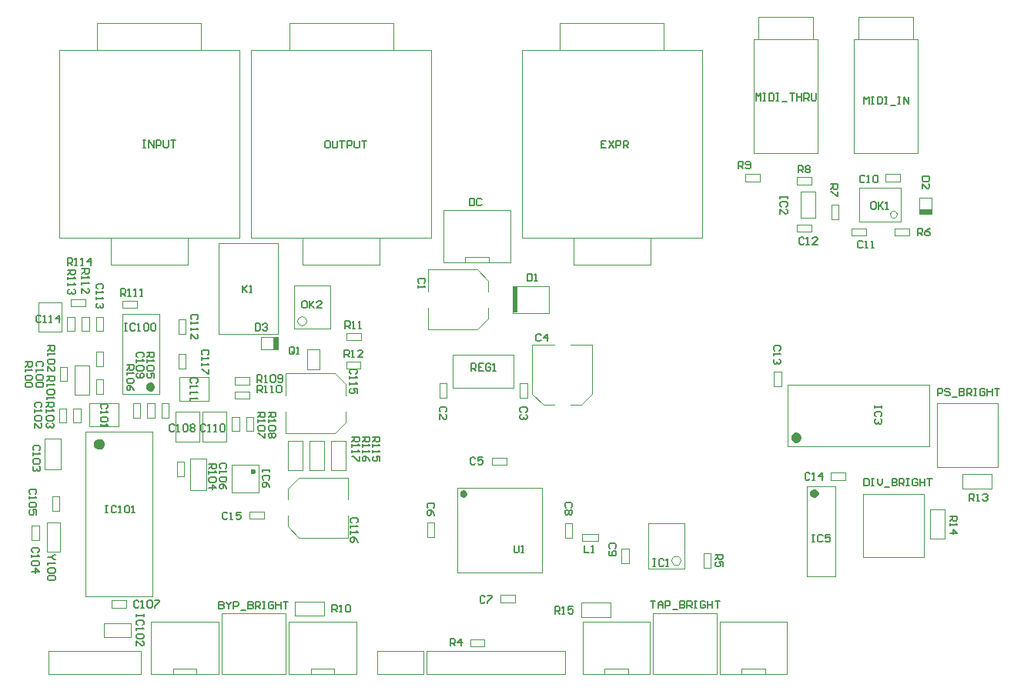
<source format=gto>
G04*
G04 #@! TF.GenerationSoftware,Altium Limited,Altium Designer,20.1.12 (249)*
G04*
G04 Layer_Color=65535*
%FSLAX25Y25*%
%MOIN*%
G70*
G04*
G04 #@! TF.SameCoordinates,D8D71E58-3310-4BFB-9319-76A5BACEF4FC*
G04*
G04*
G04 #@! TF.FilePolarity,Positive*
G04*
G01*
G75*
%ADD66C,0.02362*%
%ADD67C,0.02362*%
%ADD68C,0.01575*%
%ADD69C,0.00394*%
%ADD70C,0.00394*%
%ADD71C,0.00591*%
%ADD72R,0.02118X0.11417*%
%ADD73R,0.05315X0.02067*%
%ADD74R,0.02067X0.05315*%
D66*
X135840Y184559D02*
X135296Y185308D01*
X134416Y185022D01*
Y184096D01*
X135296Y183810D01*
X135840Y184559D01*
X114087Y159672D02*
X113642Y160596D01*
X112643Y160824D01*
X111842Y160185D01*
Y159160D01*
X112643Y158521D01*
X113642Y158749D01*
X114087Y159672D01*
X415895Y162437D02*
X415451Y163360D01*
X414451Y163589D01*
X413650Y162950D01*
Y161925D01*
X414451Y161285D01*
X415451Y161514D01*
X415895Y162437D01*
X423328Y138366D02*
X422784Y139115D01*
X421904Y138829D01*
Y137903D01*
X422784Y137617D01*
X423328Y138366D01*
D67*
X179885Y147597D02*
D03*
D68*
X271407Y138126D02*
X270863Y138875D01*
X269983Y138589D01*
Y137663D01*
X270863Y137377D01*
X271407Y138126D01*
D69*
X202805Y213126D02*
X202541Y214110D01*
X201820Y214831D01*
X200836Y215094D01*
X199852Y214831D01*
X199131Y214110D01*
X198868Y213126D01*
X199131Y212142D01*
X199852Y211421D01*
X200836Y211157D01*
X201820Y211421D01*
X202541Y212142D01*
X202805Y213126D01*
X458513Y259189D02*
X458213Y260115D01*
X457425Y260687D01*
X456452D01*
X455665Y260115D01*
X455364Y259189D01*
X455665Y258263D01*
X456452Y257691D01*
X457425D01*
X458213Y258263D01*
X458513Y259189D01*
X364813Y109189D02*
X364549Y110173D01*
X363828Y110894D01*
X362844Y111158D01*
X361860Y110894D01*
X361139Y110173D01*
X360876Y109189D01*
X361139Y108205D01*
X361860Y107484D01*
X362844Y107220D01*
X363828Y107484D01*
X364549Y108205D01*
X364813Y109189D01*
X86663Y208303D02*
X96899D01*
X86663Y221098D02*
X96899D01*
X86663Y208303D02*
Y221098D01*
X96899Y208303D02*
Y221098D01*
X147687Y178441D02*
Y188677D01*
X160482Y178441D02*
Y188677D01*
X147687D02*
X160482D01*
X147687Y178441D02*
X160482D01*
X157923Y160705D02*
X168159D01*
X157923Y173500D02*
X168159D01*
X157923Y160705D02*
Y173500D01*
X168159Y160705D02*
Y173500D01*
X146210Y160705D02*
X156446D01*
X146210Y173500D02*
X156446D01*
X146210Y160705D02*
Y173500D01*
X156446Y160705D02*
Y173500D01*
X121505Y167260D02*
Y177496D01*
X108710Y167260D02*
Y177496D01*
Y167260D02*
X121505D01*
X108710Y177496D02*
X121505D01*
X194818Y135622D02*
Y140390D01*
X199542Y145114D01*
X194818Y123854D02*
X199542Y119130D01*
X194818Y123854D02*
Y128622D01*
X199542Y145114D02*
X220802D01*
Y135622D02*
Y145114D01*
Y119130D02*
Y128622D01*
X199542Y119130D02*
X220802D01*
X127697Y170902D02*
X130846D01*
X127697Y177201D02*
X130846D01*
Y170902D02*
Y177201D01*
X127697Y170902D02*
Y177201D01*
X123053Y215882D02*
X139053D01*
X123053Y181236D02*
X139053D01*
X123053D02*
Y215882D01*
X139053Y181236D02*
Y215882D01*
X118450Y88815D02*
Y91965D01*
X124750Y88815D02*
Y91965D01*
X118450Y88815D02*
X124750D01*
X118450Y91965D02*
X124750D01*
X182188Y138716D02*
Y150527D01*
X170377Y138716D02*
Y150527D01*
Y138716D02*
X182188D01*
X170377Y150527D02*
X182188D01*
X253474Y59996D02*
Y69996D01*
X233474Y59996D02*
Y69995D01*
Y69996D02*
X253474D01*
X233474Y59996D02*
X253474D01*
X381643Y82683D02*
X410777D01*
X381643Y60045D02*
Y82683D01*
Y60045D02*
X410777D01*
Y82683D01*
X401328Y60272D02*
Y62240D01*
X391092D02*
X401328D01*
X391092Y60272D02*
Y62240D01*
X322372Y82683D02*
X351505D01*
X322372Y60045D02*
Y82683D01*
Y60045D02*
X351505D01*
Y82683D01*
X342056Y60272D02*
Y62240D01*
X331821D02*
X342056D01*
X331821Y60272D02*
Y62240D01*
X380343Y60086D02*
Y86464D01*
X352784Y60086D02*
X380343D01*
X352784Y86464D02*
X380343D01*
X352784Y60086D02*
Y86464D01*
X475675Y149721D02*
X502053D01*
X475675D02*
Y177280D01*
X502053Y149721D02*
Y177280D01*
X475675D02*
X502053D01*
X90935Y60094D02*
X130935D01*
X90935Y70095D02*
X130935D01*
X90935Y60094D02*
Y70094D01*
X130935Y60094D02*
Y70095D01*
X254813Y69996D02*
X314813D01*
X254813Y59996D02*
X314813D01*
Y59997D02*
Y69996D01*
X254813Y59996D02*
Y69996D01*
X178825Y249150D02*
Y330252D01*
Y249150D02*
X201093D01*
Y237339D02*
Y249150D01*
Y237339D02*
X234557D01*
Y249150D01*
X201093D02*
X234557D01*
X256825D01*
Y330252D01*
X240266D02*
X256825D01*
X240266D02*
Y341866D01*
X195384D02*
X240266D01*
X195384Y330252D02*
X240266D01*
X195384D02*
Y341866D01*
X178825Y330252D02*
X195384D01*
X95695Y249150D02*
Y330252D01*
Y249150D02*
X117963D01*
Y237339D02*
Y249150D01*
Y237339D02*
X151426D01*
Y249150D01*
X117963D02*
X151426D01*
X173695D01*
Y330252D01*
X157135D02*
X173695D01*
X157135D02*
Y341866D01*
X112253D02*
X157135D01*
X112253Y330252D02*
X157135D01*
X112253D02*
Y341866D01*
X95695Y330252D02*
X112253D01*
X195206Y82781D02*
X224340D01*
X195206Y60143D02*
Y82781D01*
Y60143D02*
X224340D01*
Y82781D01*
X214891Y60370D02*
Y62338D01*
X204655D02*
X214891D01*
X204655Y60370D02*
Y62338D01*
X296029Y249150D02*
Y330252D01*
Y249150D02*
X318297D01*
Y237339D02*
Y249150D01*
Y237339D02*
X351761D01*
Y249150D01*
X318297D02*
X351761D01*
X374029D01*
Y330252D01*
X357470D02*
X374029D01*
X357470D02*
Y341866D01*
X312588D02*
X357470D01*
X312588Y330252D02*
X357470D01*
X312588D02*
Y341866D01*
X296029Y330252D02*
X312588D01*
X443813Y138125D02*
X470190D01*
Y110566D02*
Y138125D01*
X443813Y110566D02*
Y138125D01*
Y110566D02*
X470190D01*
X261978Y261128D02*
X291112D01*
X261978Y238490D02*
Y261128D01*
Y238490D02*
X291112D01*
Y261128D01*
X281663Y238717D02*
Y240685D01*
X271427D02*
X281663D01*
X271427Y238717D02*
Y240685D01*
X135482Y82781D02*
X164616D01*
X135482Y60143D02*
Y82781D01*
Y60143D02*
X164616D01*
Y82781D01*
X155167Y60370D02*
Y62338D01*
X144931D02*
X155167D01*
X144931Y60370D02*
Y62338D01*
X193621Y60086D02*
Y86464D01*
X166062Y60086D02*
X193621D01*
X166062Y86464D02*
X193621D01*
X166062Y60086D02*
Y86464D01*
X90316Y113126D02*
X96199D01*
X90305Y125638D02*
X96188D01*
X96210Y125616D01*
Y113126D02*
Y125616D01*
X90305Y113126D02*
Y125638D01*
Y113126D02*
X96210D01*
X268061Y104071D02*
Y140685D01*
Y104071D02*
X304675D01*
Y140685D01*
X268061D02*
X304675D01*
X328935Y117752D02*
Y120803D01*
X321946Y117752D02*
X328935D01*
X321946D02*
Y120803D01*
X328935D01*
X136171Y93815D02*
Y165075D01*
X107037Y93815D02*
Y165075D01*
X109006Y93815D02*
X136171D01*
X109006Y165075D02*
X136171D01*
X107037Y93815D02*
X109006D01*
X107037Y165075D02*
X109006D01*
X426322Y158699D02*
X457030D01*
X410967Y185471D02*
X472385D01*
X410967Y158699D02*
Y185471D01*
X472385Y158699D02*
Y185471D01*
X457030Y158699D02*
X472385D01*
X410967D02*
X426322D01*
X184451Y127240D02*
Y130390D01*
X178152Y127240D02*
Y130390D01*
X184451D01*
X178152Y127240D02*
X184451D01*
X396309Y334976D02*
X398474D01*
Y344819D01*
X422096D01*
Y334976D02*
Y344819D01*
X424261Y285764D02*
Y334976D01*
X396309Y285764D02*
X424261D01*
X396309D02*
Y334976D01*
X422096D02*
X424261D01*
X398474D02*
X422096D01*
X254970Y119327D02*
Y125626D01*
X258120Y119327D02*
Y125626D01*
X254970D02*
X258120D01*
X254970Y119327D02*
X258120D01*
X283120Y153776D02*
X289419D01*
X283120Y150626D02*
X289419D01*
Y153776D01*
X283120Y150626D02*
Y153776D01*
X441781Y334976D02*
X465403D01*
X467568D01*
X439616Y285764D02*
Y334976D01*
Y285764D02*
X467568D01*
Y334976D01*
X465403D02*
Y344819D01*
X441781D02*
X465403D01*
X441781Y334976D02*
Y344819D01*
X439616Y334976D02*
X441781D01*
X126620Y75839D02*
Y82138D01*
X115202D02*
X126620D01*
X115202Y75839D02*
X126620D01*
X115202D02*
Y82138D01*
X292175Y227890D02*
X307923D01*
X292175Y216473D02*
X307923D01*
Y227890D01*
X292175Y216473D02*
Y227890D01*
X326525Y181321D02*
Y202580D01*
X317033D02*
X326525D01*
X300541D02*
X310033D01*
X300541Y181321D02*
Y202580D01*
X317033Y176596D02*
X321801D01*
X326525Y181321D01*
X300541D02*
X305265Y176596D01*
X310033D01*
X255476Y235173D02*
X276736D01*
X255476Y225681D02*
Y235173D01*
Y209189D02*
Y218681D01*
Y209189D02*
X276736D01*
X281461Y225681D02*
Y230449D01*
X276736Y235173D02*
X281461Y230449D01*
X276736Y209189D02*
X281461Y213913D01*
Y218681D01*
X266191Y183894D02*
Y198461D01*
X292568Y183894D02*
Y198461D01*
X266191D02*
X292568D01*
X266191Y183894D02*
X292568D01*
X298376Y179563D02*
Y185862D01*
X295226Y179563D02*
Y185862D01*
Y179563D02*
X298376D01*
X295226Y185862D02*
X298376D01*
X263533Y179563D02*
Y185862D01*
X260384Y179563D02*
Y185862D01*
Y179563D02*
X263533D01*
X260384Y185862D02*
X263533D01*
X164813Y207221D02*
X190403D01*
X164813D02*
Y246591D01*
X190403D01*
Y207221D02*
Y246591D01*
X321860Y84731D02*
Y91030D01*
X334458Y84731D02*
Y91030D01*
X321860D02*
X334458D01*
X321860Y84731D02*
X334458D01*
X210383Y85173D02*
Y91473D01*
X197785Y85173D02*
Y91473D01*
Y85173D02*
X210383D01*
X197785Y91473D02*
X210383D01*
X111663Y208500D02*
Y214799D01*
X114813Y208500D02*
Y214799D01*
X111663D02*
X114813D01*
X111663Y208500D02*
X114813D01*
X108612D02*
Y214799D01*
X105462Y208500D02*
Y214799D01*
Y208500D02*
X108612D01*
X105462Y214799D02*
X108612D01*
X123080Y218539D02*
X129379D01*
X123080Y221689D02*
X129379D01*
X123080Y218539D02*
Y221689D01*
X129379Y218539D02*
Y221689D01*
X99261Y208500D02*
Y214799D01*
X102411Y208500D02*
Y214799D01*
X99261D02*
X102411D01*
X99261Y208500D02*
X102411D01*
X100738Y222378D02*
X107037D01*
X100738Y219228D02*
X107037D01*
Y222378D01*
X100738Y219228D02*
Y222378D01*
X197293Y209583D02*
X213041D01*
X197293Y228480D02*
X213041D01*
Y209583D02*
Y228480D01*
X197293Y209583D02*
Y228480D01*
X203080Y200771D02*
X208494D01*
X203080Y192110D02*
X208494D01*
X203080Y198901D02*
Y200771D01*
Y192110D02*
Y198901D01*
X208494Y192110D02*
Y200771D01*
X220029Y204661D02*
Y207811D01*
X226328Y204661D02*
Y207811D01*
X220029Y204661D02*
X226328D01*
X220029Y207811D02*
X226328D01*
X219931Y192306D02*
Y195456D01*
X226230Y192306D02*
Y195456D01*
X219931Y192306D02*
X226230D01*
X219931Y195456D02*
X226230D01*
X213450Y148362D02*
X219749D01*
X213450Y160961D02*
X219749D01*
X213450Y148362D02*
Y160961D01*
X219749Y148362D02*
Y160961D01*
X204065D02*
X210364D01*
X204065Y148362D02*
X210364D01*
Y160961D01*
X204065Y148362D02*
Y160961D01*
X194734D02*
X201033D01*
X194734Y148362D02*
X201033D01*
Y160961D01*
X194734Y148362D02*
Y160961D01*
X392864Y276610D02*
X399163D01*
X392864Y273461D02*
X399163D01*
Y276610D01*
X392864Y273461D02*
Y276610D01*
X415009Y272083D02*
X421309D01*
X415009Y275232D02*
X421309D01*
X415009Y272083D02*
Y275232D01*
X421309Y272083D02*
Y275232D01*
X416880Y269032D02*
X423179D01*
X416880Y257614D02*
Y269032D01*
X423179Y257614D02*
Y269032D01*
X416880Y257614D02*
X423179D01*
X415009Y254661D02*
X421309D01*
X415009Y251512D02*
X421309D01*
Y254661D01*
X415009Y251512D02*
Y254661D01*
X468258Y266374D02*
X473572D01*
Y259287D02*
Y266374D01*
X468258Y259287D02*
X473572D01*
X468258D02*
Y266374D01*
X453494Y273461D02*
X459793D01*
X453494Y276610D02*
X459793D01*
X453494Y273461D02*
Y276610D01*
X459793Y273461D02*
Y276610D01*
X442175Y256039D02*
X460088D01*
Y270606D01*
X442175D02*
X460088D01*
X442175Y256039D02*
Y270606D01*
X433159Y257122D02*
Y263421D01*
X430009Y257122D02*
Y263421D01*
Y257122D02*
X433159D01*
X430009Y263421D02*
X433159D01*
X438631Y249937D02*
X444931D01*
X438631Y253087D02*
X444931D01*
X438631Y249937D02*
Y253087D01*
X444931Y249937D02*
Y253087D01*
X457332Y249937D02*
X463631D01*
X457332Y253087D02*
X463631D01*
X457332Y249937D02*
Y253087D01*
X463631Y249937D02*
Y253087D01*
X405167Y184583D02*
Y190882D01*
X408317Y184583D02*
Y190882D01*
X405167D02*
X408317D01*
X405167Y184583D02*
X408317D01*
X486722Y140291D02*
Y146591D01*
X499320Y140291D02*
Y146591D01*
X486722D02*
X499320D01*
X486722Y140291D02*
X499320D01*
X472883Y131236D02*
X479183D01*
X472883Y118638D02*
X479183D01*
Y131236D01*
X472883Y118638D02*
Y131236D01*
X429872Y147181D02*
X436171D01*
X429872Y144032D02*
X436171D01*
Y147181D01*
X429872Y144032D02*
Y147181D01*
X419439Y102378D02*
X431643D01*
X419439Y141354D02*
X431643D01*
Y102378D02*
Y141354D01*
X419439Y102378D02*
Y141354D01*
X377805Y105941D02*
Y112240D01*
X374655Y105941D02*
Y112240D01*
Y105941D02*
X377805D01*
X374655Y112240D02*
X377805D01*
X366387Y105646D02*
Y125331D01*
X350639Y105646D02*
Y125331D01*
X366387D01*
X350639Y105646D02*
X366387D01*
X339124Y107910D02*
Y114209D01*
X342273Y107910D02*
Y114209D01*
X339124D02*
X342273D01*
X339124Y107910D02*
X342273D01*
X317864Y119032D02*
Y125331D01*
X314714Y119032D02*
Y125331D01*
Y119032D02*
X317864D01*
X314714Y125331D02*
X317864D01*
X286663Y91079D02*
X292962D01*
X286663Y94228D02*
X292962D01*
X286663Y91079D02*
Y94228D01*
X292962Y91079D02*
Y94228D01*
X273612Y75134D02*
X279911D01*
X273612Y71984D02*
X279911D01*
Y75134D01*
X273612Y71984D02*
Y75134D01*
X147293Y207358D02*
Y213657D01*
X150443Y207358D02*
Y213657D01*
X147293D02*
X150443D01*
X147293Y207358D02*
X150443D01*
X147293Y192358D02*
Y198658D01*
X150443Y192358D02*
Y198658D01*
X147293D02*
X150443D01*
X147293Y192358D02*
X150443D01*
X183261Y200626D02*
X190348D01*
Y205941D01*
X183261D02*
X190348D01*
X183261Y200626D02*
Y205941D01*
X193680Y190291D02*
X214940D01*
X193680Y180799D02*
Y190291D01*
Y164307D02*
Y173799D01*
Y164307D02*
X214940D01*
X219665Y180799D02*
Y185567D01*
X214940Y190291D02*
X219665Y185567D01*
X214940Y164307D02*
X219665Y169032D01*
Y173799D01*
X179808Y165173D02*
Y171472D01*
X176659Y165173D02*
Y171472D01*
Y165173D02*
X179808D01*
X176659Y171472D02*
X179808D01*
X170517Y165173D02*
Y171472D01*
X173667Y165173D02*
Y171472D01*
X170517D02*
X173667D01*
X170517Y165173D02*
X173667D01*
X171896Y182358D02*
X178195D01*
X171896Y179209D02*
X178195D01*
Y182358D01*
X171896Y179209D02*
Y182358D01*
Y185409D02*
X178195D01*
X171896Y188559D02*
X178195D01*
X171896Y185409D02*
Y188559D01*
X178195Y185409D02*
Y188559D01*
X143248Y170902D02*
Y177201D01*
X140098Y170902D02*
Y177201D01*
Y170902D02*
X143248D01*
X140098Y177201D02*
X143248D01*
X146604Y145744D02*
Y152043D01*
X149753Y145744D02*
Y152043D01*
X146604D02*
X149753D01*
X146604Y145744D02*
X149753D01*
X152454Y139602D02*
X159454D01*
X152454Y153185D02*
X159454D01*
X152454Y139602D02*
Y153185D01*
X159454Y139602D02*
Y153185D01*
X133897Y170902D02*
Y177201D01*
X137047Y170902D02*
Y177201D01*
X133897D02*
X137047D01*
X133897Y170902D02*
X137047D01*
X92765Y130744D02*
Y137043D01*
X95915Y130744D02*
Y137043D01*
X92765D02*
X95915D01*
X92765Y130744D02*
X95915D01*
X83907Y118146D02*
Y124445D01*
X87057Y118146D02*
Y124445D01*
X83907D02*
X87057D01*
X83907Y118146D02*
X87057D01*
X89265Y162083D02*
X96265D01*
X89265Y148500D02*
X96265D01*
Y162083D01*
X89265Y148500D02*
Y162083D01*
X101919Y168835D02*
Y175134D01*
X105069Y168835D02*
Y175134D01*
X101919D02*
X105069D01*
X101919Y168835D02*
X105069D01*
X98868D02*
Y175134D01*
X95718Y168835D02*
Y175134D01*
Y168835D02*
X98868D01*
X95718Y175134D02*
X98868D01*
X114813Y181335D02*
Y187634D01*
X111663Y181335D02*
Y187634D01*
Y181335D02*
X114813D01*
X111663Y187634D02*
X114813D01*
Y193461D02*
Y199760D01*
X111663Y193461D02*
Y199760D01*
Y193461D02*
X114813D01*
X111663Y199760D02*
X114813D01*
X108624Y180941D02*
Y193539D01*
X102325Y180941D02*
Y193539D01*
X108624D01*
X102325Y180941D02*
X108624D01*
X99261Y186846D02*
Y193146D01*
X96112Y186846D02*
Y193146D01*
Y186846D02*
X99261D01*
X96112Y193146D02*
X99261D01*
D70*
X159891Y154169D02*
D03*
X89222Y147516D02*
D03*
D71*
X186859Y148755D02*
Y147705D01*
Y148230D01*
X183711D01*
Y148755D01*
Y147705D01*
X186335Y144032D02*
X186859Y144556D01*
Y145606D01*
X186335Y146131D01*
X184236D01*
X183711Y145606D01*
Y144556D01*
X184236Y144032D01*
X186859Y140883D02*
X186335Y141933D01*
X185285Y142982D01*
X184236D01*
X183711Y142457D01*
Y141408D01*
X184236Y140883D01*
X184760D01*
X185285Y141408D01*
Y142982D01*
X332596Y291078D02*
X330497D01*
Y287930D01*
X332596D01*
X330497Y289504D02*
X331546D01*
X333645Y291078D02*
X335745Y287930D01*
Y291078D02*
X333645Y287930D01*
X336794D02*
Y291078D01*
X338368D01*
X338893Y290553D01*
Y289504D01*
X338368Y288979D01*
X336794D01*
X339943Y287930D02*
Y291078D01*
X341517D01*
X342042Y290553D01*
Y289504D01*
X341517Y288979D01*
X339943D01*
X340992D02*
X342042Y287930D01*
X323048Y115822D02*
Y112674D01*
X325147D01*
X326197D02*
X327246D01*
X326722D01*
Y115822D01*
X326197Y115298D01*
X317338Y132155D02*
X317863Y132679D01*
Y133729D01*
X317338Y134254D01*
X315239D01*
X314715Y133729D01*
Y132679D01*
X315239Y132155D01*
X317338Y131105D02*
X317863Y130580D01*
Y129531D01*
X317338Y129006D01*
X316814D01*
X316289Y129531D01*
X315764Y129006D01*
X315239D01*
X314715Y129531D01*
Y130580D01*
X315239Y131105D01*
X315764D01*
X316289Y130580D01*
X316814Y131105D01*
X317338D01*
X316289Y130580D02*
Y129531D01*
X168593Y129628D02*
X168068Y130153D01*
X167018D01*
X166494Y129628D01*
Y127529D01*
X167018Y127004D01*
X168068D01*
X168593Y127529D01*
X169642Y127004D02*
X170692D01*
X170167D01*
Y130153D01*
X169642Y129628D01*
X174365Y130153D02*
X172266D01*
Y128579D01*
X173316Y129103D01*
X173840D01*
X174365Y128579D01*
Y127529D01*
X173840Y127004D01*
X172791D01*
X172266Y127529D01*
X115700Y133007D02*
X116750D01*
X116225D01*
Y129859D01*
X115700D01*
X116750D01*
X120423Y132483D02*
X119898Y133007D01*
X118849D01*
X118324Y132483D01*
Y130384D01*
X118849Y129859D01*
X119898D01*
X120423Y130384D01*
X121473Y129859D02*
X122522D01*
X121998D01*
Y133007D01*
X121473Y132483D01*
X124097D02*
X124621Y133007D01*
X125671D01*
X126196Y132483D01*
Y130384D01*
X125671Y129859D01*
X124621D01*
X124097Y130384D01*
Y132483D01*
X127245Y129859D02*
X128295D01*
X127770D01*
Y133007D01*
X127245Y132483D01*
X219243Y197327D02*
Y200475D01*
X220817D01*
X221342Y199950D01*
Y198901D01*
X220817Y198376D01*
X219243D01*
X220292D02*
X221342Y197327D01*
X222392D02*
X223441D01*
X222916D01*
Y200475D01*
X222392Y199950D01*
X227115Y197327D02*
X225015D01*
X227115Y199426D01*
Y199950D01*
X226590Y200475D01*
X225540D01*
X225015Y199950D01*
X93946Y111648D02*
X93421D01*
X92372Y110598D01*
X93421Y109549D01*
X93946D01*
X92372Y110598D02*
X90797D01*
Y108499D02*
Y107450D01*
Y107975D01*
X93946D01*
X93421Y108499D01*
Y105876D02*
X93946Y105351D01*
Y104301D01*
X93421Y103776D01*
X91322D01*
X90797Y104301D01*
Y105351D01*
X91322Y105876D01*
X93421D01*
Y102727D02*
X93946Y102202D01*
Y101153D01*
X93421Y100628D01*
X91322D01*
X90797Y101153D01*
Y102202D01*
X91322Y102727D01*
X93421D01*
X219571Y209780D02*
Y212929D01*
X221145D01*
X221670Y212404D01*
Y211354D01*
X221145Y210830D01*
X219571D01*
X220620D02*
X221670Y209780D01*
X222720D02*
X223769D01*
X223244D01*
Y212929D01*
X222720Y212404D01*
X225343Y209780D02*
X226393D01*
X225868D01*
Y212929D01*
X225343Y212404D01*
X292635Y115783D02*
Y113159D01*
X293160Y112634D01*
X294209D01*
X294734Y113159D01*
Y115783D01*
X295783Y112634D02*
X296833D01*
X296308D01*
Y115783D01*
X295783Y115258D01*
X274132Y191375D02*
Y194523D01*
X275706D01*
X276231Y193998D01*
Y192949D01*
X275706Y192424D01*
X274132D01*
X275181D02*
X276231Y191375D01*
X279380Y194523D02*
X277280D01*
Y191375D01*
X279380D01*
X277280Y192949D02*
X278330D01*
X282528Y193998D02*
X282003Y194523D01*
X280954D01*
X280429Y193998D01*
Y191899D01*
X280954Y191375D01*
X282003D01*
X282528Y191899D01*
Y192949D01*
X281479D01*
X283578Y191375D02*
X284627D01*
X284102D01*
Y194523D01*
X283578Y193998D01*
X379872Y111785D02*
X383021D01*
Y110210D01*
X382496Y109685D01*
X381447D01*
X380922Y110210D01*
Y111785D01*
Y110735D02*
X379872Y109685D01*
X383021Y106537D02*
Y108636D01*
X381447D01*
X381971Y107586D01*
Y107062D01*
X381447Y106537D01*
X380397D01*
X379872Y107062D01*
Y108111D01*
X380397Y108636D01*
X429675Y272246D02*
X432824D01*
Y270672D01*
X432299Y270147D01*
X431250D01*
X430725Y270672D01*
Y272246D01*
Y271196D02*
X429675Y270147D01*
X432824Y269097D02*
Y266998D01*
X432299D01*
X430200Y269097D01*
X429675D01*
X489814Y134977D02*
Y138126D01*
X491388D01*
X491913Y137601D01*
Y136551D01*
X491388Y136027D01*
X489814D01*
X490863D02*
X491913Y134977D01*
X492962D02*
X494012D01*
X493487D01*
Y138126D01*
X492962Y137601D01*
X495586D02*
X496111Y138126D01*
X497161D01*
X497685Y137601D01*
Y137076D01*
X497161Y136551D01*
X496636D01*
X497161D01*
X497685Y136027D01*
Y135502D01*
X497161Y134977D01*
X496111D01*
X495586Y135502D01*
X265043Y72182D02*
Y75330D01*
X266617D01*
X267142Y74805D01*
Y73756D01*
X266617Y73231D01*
X265043D01*
X266093D02*
X267142Y72182D01*
X269766D02*
Y75330D01*
X268192Y73756D01*
X270291D01*
X351825Y91734D02*
X353924D01*
X352875D01*
Y88586D01*
X354974D02*
Y90685D01*
X356023Y91734D01*
X357073Y90685D01*
Y88586D01*
Y90160D01*
X354974D01*
X358122Y88586D02*
Y91734D01*
X359697D01*
X360222Y91210D01*
Y90160D01*
X359697Y89635D01*
X358122D01*
X361271Y88061D02*
X363370D01*
X364420Y91734D02*
Y88586D01*
X365994D01*
X366519Y89110D01*
Y89635D01*
X365994Y90160D01*
X364420D01*
X365994D01*
X366519Y90685D01*
Y91210D01*
X365994Y91734D01*
X364420D01*
X367568Y88586D02*
Y91734D01*
X369143D01*
X369667Y91210D01*
Y90160D01*
X369143Y89635D01*
X367568D01*
X368618D02*
X369667Y88586D01*
X370717Y91734D02*
X371766D01*
X371242D01*
Y88586D01*
X370717D01*
X371766D01*
X375440Y91210D02*
X374915Y91734D01*
X373865D01*
X373341Y91210D01*
Y89110D01*
X373865Y88586D01*
X374915D01*
X375440Y89110D01*
Y90160D01*
X374390D01*
X376489Y91734D02*
Y88586D01*
Y90160D01*
X378588D01*
Y91734D01*
Y88586D01*
X379638Y91734D02*
X381737D01*
X380687D01*
Y88586D01*
X213928Y86847D02*
Y89996D01*
X215502D01*
X216027Y89471D01*
Y88421D01*
X215502Y87897D01*
X213928D01*
X214978D02*
X216027Y86847D01*
X217077D02*
X218126D01*
X217601D01*
Y89996D01*
X217077Y89471D01*
X219700D02*
X220225Y89996D01*
X221275D01*
X221799Y89471D01*
Y87372D01*
X221275Y86847D01*
X220225D01*
X219700Y87372D01*
Y89471D01*
X389748Y278973D02*
Y282122D01*
X391322D01*
X391847Y281597D01*
Y280547D01*
X391322Y280023D01*
X389748D01*
X390797D02*
X391847Y278973D01*
X392896Y279498D02*
X393421Y278973D01*
X394471D01*
X394995Y279498D01*
Y281597D01*
X394471Y282122D01*
X393421D01*
X392896Y281597D01*
Y281072D01*
X393421Y280547D01*
X394995D01*
X481349Y128479D02*
X484497D01*
Y126905D01*
X483972Y126380D01*
X482923D01*
X482398Y126905D01*
Y128479D01*
Y127429D02*
X481349Y126380D01*
Y125330D02*
Y124281D01*
Y124806D01*
X484497D01*
X483972Y125330D01*
X481349Y121132D02*
X484497D01*
X482923Y122707D01*
Y120608D01*
X476027Y180603D02*
Y183752D01*
X477601D01*
X478126Y183227D01*
Y182177D01*
X477601Y181653D01*
X476027D01*
X481274Y183227D02*
X480750Y183752D01*
X479700D01*
X479175Y183227D01*
Y182702D01*
X479700Y182177D01*
X480750D01*
X481274Y181653D01*
Y181128D01*
X480750Y180603D01*
X479700D01*
X479175Y181128D01*
X482324Y180078D02*
X484423D01*
X485472Y183752D02*
Y180603D01*
X487047D01*
X487572Y181128D01*
Y181653D01*
X487047Y182177D01*
X485472D01*
X487047D01*
X487572Y182702D01*
Y183227D01*
X487047Y183752D01*
X485472D01*
X488621Y180603D02*
Y183752D01*
X490195D01*
X490720Y183227D01*
Y182177D01*
X490195Y181653D01*
X488621D01*
X489671D02*
X490720Y180603D01*
X491770Y183752D02*
X492819D01*
X492295D01*
Y180603D01*
X491770D01*
X492819D01*
X496493Y183227D02*
X495968Y183752D01*
X494918D01*
X494393Y183227D01*
Y181128D01*
X494918Y180603D01*
X495968D01*
X496493Y181128D01*
Y182177D01*
X495443D01*
X497542Y183752D02*
Y180603D01*
Y182177D01*
X499641D01*
Y183752D01*
Y180603D01*
X500691Y183752D02*
X502790D01*
X501740D01*
Y180603D01*
X467405Y249938D02*
Y253086D01*
X468980D01*
X469504Y252561D01*
Y251512D01*
X468980Y250987D01*
X467405D01*
X468455D02*
X469504Y249938D01*
X472653Y253086D02*
X471603Y252561D01*
X470554Y251512D01*
Y250462D01*
X471079Y249938D01*
X472128D01*
X472653Y250462D01*
Y250987D01*
X472128Y251512D01*
X470554D01*
X444227Y144652D02*
Y141503D01*
X445801D01*
X446326Y142028D01*
Y144127D01*
X445801Y144652D01*
X444227D01*
X447375D02*
X448425D01*
X447900D01*
Y141503D01*
X447375D01*
X448425D01*
X449999Y144652D02*
Y142553D01*
X451049Y141503D01*
X452098Y142553D01*
Y144652D01*
X453148Y140978D02*
X455247D01*
X456296Y144652D02*
Y141503D01*
X457871D01*
X458395Y142028D01*
Y142553D01*
X457871Y143078D01*
X456296D01*
X457871D01*
X458395Y143602D01*
Y144127D01*
X457871Y144652D01*
X456296D01*
X459445Y141503D02*
Y144652D01*
X461019D01*
X461544Y144127D01*
Y143078D01*
X461019Y142553D01*
X459445D01*
X460495D02*
X461544Y141503D01*
X462594Y144652D02*
X463643D01*
X463118D01*
Y141503D01*
X462594D01*
X463643D01*
X467316Y144127D02*
X466792Y144652D01*
X465742D01*
X465217Y144127D01*
Y142028D01*
X465742Y141503D01*
X466792D01*
X467316Y142028D01*
Y143078D01*
X466267D01*
X468366Y144652D02*
Y141503D01*
Y143078D01*
X470465D01*
Y144652D01*
Y141503D01*
X471515Y144652D02*
X473614D01*
X472564D01*
Y141503D01*
X415634Y277201D02*
Y280350D01*
X417208D01*
X417733Y279825D01*
Y278776D01*
X417208Y278251D01*
X415634D01*
X416683D02*
X417733Y277201D01*
X418782Y279825D02*
X419307Y280350D01*
X420357D01*
X420881Y279825D01*
Y279300D01*
X420357Y278776D01*
X420881Y278251D01*
Y277726D01*
X420357Y277201D01*
X419307D01*
X418782Y277726D01*
Y278251D01*
X419307Y278776D01*
X418782Y279300D01*
Y279825D01*
X419307Y278776D02*
X420357D01*
X310378Y86158D02*
Y89307D01*
X311952D01*
X312476Y88782D01*
Y87732D01*
X311952Y87208D01*
X310378D01*
X311427D02*
X312476Y86158D01*
X313526D02*
X314576D01*
X314051D01*
Y89307D01*
X313526Y88782D01*
X318249Y89307D02*
X316150D01*
Y87732D01*
X317199Y88257D01*
X317724D01*
X318249Y87732D01*
Y86683D01*
X317724Y86158D01*
X316675D01*
X316150Y86683D01*
X222490Y162665D02*
X225639D01*
Y161091D01*
X225114Y160566D01*
X224065D01*
X223540Y161091D01*
Y162665D01*
Y161616D02*
X222490Y160566D01*
Y159516D02*
Y158467D01*
Y158992D01*
X225639D01*
X225114Y159516D01*
X222490Y156893D02*
Y155843D01*
Y156368D01*
X225639D01*
X225114Y156893D01*
X225639Y154269D02*
Y152170D01*
X225114D01*
X223015Y154269D01*
X222490D01*
X227018Y162665D02*
X230166D01*
Y161091D01*
X229642Y160566D01*
X228592D01*
X228067Y161091D01*
Y162665D01*
Y161616D02*
X227018Y160566D01*
Y159516D02*
Y158467D01*
Y158992D01*
X230166D01*
X229642Y159516D01*
X227018Y156893D02*
Y155843D01*
Y156368D01*
X230166D01*
X229642Y156893D01*
X230166Y152170D02*
X229642Y153219D01*
X228592Y154269D01*
X227543D01*
X227018Y153744D01*
Y152694D01*
X227543Y152170D01*
X228067D01*
X228592Y152694D01*
Y154269D01*
X231447Y162665D02*
X234596D01*
Y161091D01*
X234071Y160566D01*
X233021D01*
X232497Y161091D01*
Y162665D01*
Y161616D02*
X231447Y160566D01*
Y159516D02*
Y158467D01*
Y158992D01*
X234596D01*
X234071Y159516D01*
X231447Y156893D02*
Y155843D01*
Y156368D01*
X234596D01*
X234071Y156893D01*
X234596Y152170D02*
Y154269D01*
X233021D01*
X233546Y153219D01*
Y152694D01*
X233021Y152170D01*
X231972D01*
X231447Y152694D01*
Y153744D01*
X231972Y154269D01*
X99329Y237044D02*
Y240193D01*
X100903D01*
X101428Y239668D01*
Y238618D01*
X100903Y238093D01*
X99329D01*
X100378D02*
X101428Y237044D01*
X102477D02*
X103527D01*
X103002D01*
Y240193D01*
X102477Y239668D01*
X105101Y237044D02*
X106151D01*
X105626D01*
Y240193D01*
X105101Y239668D01*
X109299Y237044D02*
Y240193D01*
X107725Y238618D01*
X109824D01*
X99459Y235106D02*
X102607D01*
Y233532D01*
X102083Y233007D01*
X101033D01*
X100508Y233532D01*
Y235106D01*
Y234056D02*
X99459Y233007D01*
Y231957D02*
Y230908D01*
Y231433D01*
X102607D01*
X102083Y231957D01*
X99459Y229333D02*
Y228284D01*
Y228809D01*
X102607D01*
X102083Y229333D01*
Y226710D02*
X102607Y226185D01*
Y225135D01*
X102083Y224611D01*
X101558D01*
X101033Y225135D01*
Y225660D01*
Y225135D01*
X100508Y224611D01*
X99984D01*
X99459Y225135D01*
Y226185D01*
X99984Y226710D01*
X105561Y235500D02*
X108710D01*
Y233925D01*
X108185Y233401D01*
X107135D01*
X106611Y233925D01*
Y235500D01*
Y234450D02*
X105561Y233401D01*
Y232351D02*
Y231301D01*
Y231826D01*
X108710D01*
X108185Y232351D01*
X105561Y229727D02*
Y228678D01*
Y229203D01*
X108710D01*
X108185Y229727D01*
X105561Y225004D02*
Y227103D01*
X107660Y225004D01*
X108185D01*
X108710Y225529D01*
Y226579D01*
X108185Y227103D01*
X122421Y223757D02*
Y226905D01*
X123995D01*
X124520Y226380D01*
Y225331D01*
X123995Y224806D01*
X122421D01*
X123471D02*
X124520Y223757D01*
X125570D02*
X126619D01*
X126095D01*
Y226905D01*
X125570Y226380D01*
X128194Y223757D02*
X129243D01*
X128718D01*
Y226905D01*
X128194Y226380D01*
X130817Y223757D02*
X131867D01*
X131342D01*
Y226905D01*
X130817Y226380D01*
X181514Y181926D02*
Y185074D01*
X183088D01*
X183613Y184550D01*
Y183500D01*
X183088Y182975D01*
X181514D01*
X182563D02*
X183613Y181926D01*
X184662D02*
X185712D01*
X185187D01*
Y185074D01*
X184662Y184550D01*
X187286Y181926D02*
X188336D01*
X187811D01*
Y185074D01*
X187286Y184550D01*
X189910D02*
X190435Y185074D01*
X191484D01*
X192009Y184550D01*
Y182450D01*
X191484Y181926D01*
X190435D01*
X189910Y182450D01*
Y184550D01*
X181448Y186355D02*
Y189504D01*
X183022D01*
X183547Y188979D01*
Y187929D01*
X183022Y187404D01*
X181448D01*
X182498D02*
X183547Y186355D01*
X184597D02*
X185646D01*
X185122D01*
Y189504D01*
X184597Y188979D01*
X187221D02*
X187745Y189504D01*
X188795D01*
X189320Y188979D01*
Y186880D01*
X188795Y186355D01*
X187745D01*
X187221Y186880D01*
Y188979D01*
X190369Y186880D02*
X190894Y186355D01*
X191944D01*
X192468Y186880D01*
Y188979D01*
X191944Y189504D01*
X190894D01*
X190369Y188979D01*
Y188454D01*
X190894Y187929D01*
X192468D01*
X186270Y173361D02*
X189418D01*
Y171786D01*
X188894Y171261D01*
X187844D01*
X187319Y171786D01*
Y173361D01*
Y172311D02*
X186270Y171261D01*
Y170212D02*
Y169162D01*
Y169687D01*
X189418D01*
X188894Y170212D01*
Y167588D02*
X189418Y167063D01*
Y166014D01*
X188894Y165489D01*
X186795D01*
X186270Y166014D01*
Y167063D01*
X186795Y167588D01*
X188894D01*
Y164439D02*
X189418Y163915D01*
Y162865D01*
X188894Y162340D01*
X188369D01*
X187844Y162865D01*
X187319Y162340D01*
X186795D01*
X186270Y162865D01*
Y163915D01*
X186795Y164439D01*
X187319D01*
X187844Y163915D01*
X188369Y164439D01*
X188894D01*
X187844Y163915D02*
Y162865D01*
X181687Y173361D02*
X184836D01*
Y171786D01*
X184311Y171261D01*
X183261D01*
X182737Y171786D01*
Y173361D01*
Y172311D02*
X181687Y171261D01*
Y170212D02*
Y169162D01*
Y169687D01*
X184836D01*
X184311Y170212D01*
Y167588D02*
X184836Y167063D01*
Y166014D01*
X184311Y165489D01*
X182212D01*
X181687Y166014D01*
Y167063D01*
X182212Y167588D01*
X184311D01*
X184836Y164439D02*
Y162340D01*
X184311D01*
X182212Y164439D01*
X181687D01*
X124951Y193931D02*
X128100D01*
Y192357D01*
X127575Y191832D01*
X126525D01*
X126000Y192357D01*
Y193931D01*
Y192882D02*
X124951Y191832D01*
Y190783D02*
Y189733D01*
Y190258D01*
X128100D01*
X127575Y190783D01*
Y188159D02*
X128100Y187634D01*
Y186585D01*
X127575Y186060D01*
X125476D01*
X124951Y186585D01*
Y187634D01*
X125476Y188159D01*
X127575D01*
X128100Y182911D02*
X127575Y183961D01*
X126525Y185010D01*
X125476D01*
X124951Y184485D01*
Y183436D01*
X125476Y182911D01*
X126000D01*
X126525Y183436D01*
Y185010D01*
X133711Y199345D02*
X136859D01*
Y197770D01*
X136335Y197246D01*
X135285D01*
X134760Y197770D01*
Y199345D01*
Y198295D02*
X133711Y197246D01*
Y196196D02*
Y195147D01*
Y195671D01*
X136859D01*
X136335Y196196D01*
Y193572D02*
X136859Y193047D01*
Y191998D01*
X136335Y191473D01*
X134236D01*
X133711Y191998D01*
Y193047D01*
X134236Y193572D01*
X136335D01*
X136859Y188325D02*
Y190424D01*
X135285D01*
X135810Y189374D01*
Y188849D01*
X135285Y188325D01*
X134236D01*
X133711Y188849D01*
Y189899D01*
X134236Y190424D01*
X160581Y151018D02*
X163729D01*
Y149444D01*
X163205Y148919D01*
X162155D01*
X161630Y149444D01*
Y151018D01*
Y149968D02*
X160581Y148919D01*
Y147869D02*
Y146820D01*
Y147345D01*
X163729D01*
X163205Y147869D01*
Y145246D02*
X163729Y144721D01*
Y143671D01*
X163205Y143147D01*
X161106D01*
X160581Y143671D01*
Y144721D01*
X161106Y145246D01*
X163205D01*
X160581Y140523D02*
X163729D01*
X162155Y142097D01*
Y139998D01*
X90207Y177691D02*
X93355D01*
Y176117D01*
X92831Y175592D01*
X91781D01*
X91256Y176117D01*
Y177691D01*
Y176642D02*
X90207Y175592D01*
Y174543D02*
Y173493D01*
Y174018D01*
X93355D01*
X92831Y174543D01*
Y171919D02*
X93355Y171394D01*
Y170344D01*
X92831Y169820D01*
X90732D01*
X90207Y170344D01*
Y171394D01*
X90732Y171919D01*
X92831D01*
Y168770D02*
X93355Y168245D01*
Y167196D01*
X92831Y166671D01*
X92306D01*
X91781Y167196D01*
Y167721D01*
Y167196D01*
X91256Y166671D01*
X90732D01*
X90207Y167196D01*
Y168245D01*
X90732Y168770D01*
X90699Y202199D02*
X93848D01*
Y200625D01*
X93323Y200100D01*
X92273D01*
X91748Y200625D01*
Y202199D01*
Y201150D02*
X90699Y200100D01*
Y199050D02*
Y198001D01*
Y198526D01*
X93848D01*
X93323Y199050D01*
Y196427D02*
X93848Y195902D01*
Y194852D01*
X93323Y194328D01*
X91224D01*
X90699Y194852D01*
Y195902D01*
X91224Y196427D01*
X93323D01*
X90699Y191179D02*
Y193278D01*
X92798Y191179D01*
X93323D01*
X93848Y191704D01*
Y192753D01*
X93323Y193278D01*
X90502Y188977D02*
X93651D01*
Y187403D01*
X93126Y186878D01*
X92076D01*
X91552Y187403D01*
Y188977D01*
Y187928D02*
X90502Y186878D01*
Y185829D02*
Y184779D01*
Y185304D01*
X93651D01*
X93126Y185829D01*
Y183205D02*
X93651Y182680D01*
Y181631D01*
X93126Y181106D01*
X91027D01*
X90502Y181631D01*
Y182680D01*
X91027Y183205D01*
X93126D01*
X90502Y180056D02*
Y179007D01*
Y179532D01*
X93651D01*
X93126Y180056D01*
X80955Y195211D02*
X84103D01*
Y193637D01*
X83579Y193112D01*
X82529D01*
X82004Y193637D01*
Y195211D01*
Y194161D02*
X80955Y193112D01*
Y192062D02*
Y191013D01*
Y191537D01*
X84103D01*
X83579Y192062D01*
Y189438D02*
X84103Y188914D01*
Y187864D01*
X83579Y187339D01*
X81480D01*
X80955Y187864D01*
Y188914D01*
X81480Y189438D01*
X83579D01*
Y186290D02*
X84103Y185765D01*
Y184716D01*
X83579Y184191D01*
X81480D01*
X80955Y184716D01*
Y185765D01*
X81480Y186290D01*
X83579D01*
X197490Y199087D02*
Y201186D01*
X196965Y201711D01*
X195915D01*
X195391Y201186D01*
Y199087D01*
X195915Y198562D01*
X196965D01*
X196440Y199611D02*
X197490Y198562D01*
X196965D02*
X197490Y199087D01*
X198539Y198562D02*
X199589D01*
X199064D01*
Y201711D01*
X198539Y201186D01*
X212486Y291078D02*
X211436D01*
X210911Y290553D01*
Y288455D01*
X211436Y287930D01*
X212486D01*
X213010Y288455D01*
Y290553D01*
X212486Y291078D01*
X214060D02*
Y288455D01*
X214585Y287930D01*
X215634D01*
X216159Y288455D01*
Y291078D01*
X217208D02*
X219307D01*
X218258D01*
Y287930D01*
X220357D02*
Y291078D01*
X221931D01*
X222456Y290553D01*
Y289504D01*
X221931Y288979D01*
X220357D01*
X223506Y291078D02*
Y288455D01*
X224030Y287930D01*
X225080D01*
X225605Y288455D01*
Y291078D01*
X226654D02*
X228753D01*
X227704D01*
Y287930D01*
X448836Y264504D02*
X447786D01*
X447261Y263979D01*
Y261880D01*
X447786Y261355D01*
X448836D01*
X449360Y261880D01*
Y263979D01*
X448836Y264504D01*
X450410D02*
Y261355D01*
Y262404D01*
X452509Y264504D01*
X450935Y262929D01*
X452509Y261355D01*
X453558D02*
X454608D01*
X454083D01*
Y264504D01*
X453558Y263979D01*
X397264Y308369D02*
Y311518D01*
X398314Y310468D01*
X399363Y311518D01*
Y308369D01*
X400413Y311518D02*
X401462D01*
X400938D01*
Y308369D01*
X400413D01*
X401462D01*
X403037Y311518D02*
Y308369D01*
X404611D01*
X405136Y308894D01*
Y310993D01*
X404611Y311518D01*
X403037D01*
X406185D02*
X407235D01*
X406710D01*
Y308369D01*
X406185D01*
X407235D01*
X408809Y307844D02*
X410908D01*
X411958Y311518D02*
X414057D01*
X413007D01*
Y308369D01*
X415106Y311518D02*
Y308369D01*
Y309944D01*
X417205D01*
Y311518D01*
Y308369D01*
X418255D02*
Y311518D01*
X419829D01*
X420354Y310993D01*
Y309944D01*
X419829Y309419D01*
X418255D01*
X419304D02*
X420354Y308369D01*
X421404Y311518D02*
Y308894D01*
X421928Y308369D01*
X422978D01*
X423503Y308894D01*
Y311518D01*
X444179Y306991D02*
Y310140D01*
X445229Y309090D01*
X446278Y310140D01*
Y306991D01*
X447328Y310140D02*
X448377D01*
X447853D01*
Y306991D01*
X447328D01*
X448377D01*
X449952Y310140D02*
Y306991D01*
X451526D01*
X452051Y307516D01*
Y309615D01*
X451526Y310140D01*
X449952D01*
X453100D02*
X454150D01*
X453625D01*
Y306991D01*
X453100D01*
X454150D01*
X455724Y306467D02*
X457823D01*
X458873Y310140D02*
X459922D01*
X459397D01*
Y306991D01*
X458873D01*
X459922D01*
X461496D02*
Y310140D01*
X463595Y306991D01*
Y310140D01*
X202445Y221689D02*
X201395D01*
X200870Y221164D01*
Y219065D01*
X201395Y218540D01*
X202445D01*
X202969Y219065D01*
Y221164D01*
X202445Y221689D01*
X204019D02*
Y218540D01*
Y219589D01*
X206118Y221689D01*
X204544Y220114D01*
X206118Y218540D01*
X209267D02*
X207168D01*
X209267Y220639D01*
Y221164D01*
X208742Y221689D01*
X207692D01*
X207168Y221164D01*
X175017Y228480D02*
Y225331D01*
Y226381D01*
X177116Y228480D01*
X175541Y226906D01*
X177116Y225331D01*
X178165D02*
X179215D01*
X178690D01*
Y228480D01*
X178165Y227955D01*
X131968Y291177D02*
X133018D01*
X132493D01*
Y288028D01*
X131968D01*
X133018D01*
X134592D02*
Y291177D01*
X136691Y288028D01*
Y291177D01*
X137741Y288028D02*
Y291177D01*
X139315D01*
X139840Y290652D01*
Y289602D01*
X139315Y289078D01*
X137741D01*
X140889Y291177D02*
Y288553D01*
X141414Y288028D01*
X142464D01*
X142989Y288553D01*
Y291177D01*
X144038D02*
X146137D01*
X145088D01*
Y288028D01*
X421605Y120409D02*
X422655D01*
X422130D01*
Y117260D01*
X421605D01*
X422655D01*
X426328Y119884D02*
X425803Y120409D01*
X424754D01*
X424229Y119884D01*
Y117785D01*
X424754Y117260D01*
X425803D01*
X426328Y117785D01*
X429477Y120409D02*
X427378D01*
Y118835D01*
X428427Y119360D01*
X428952D01*
X429477Y118835D01*
Y117785D01*
X428952Y117260D01*
X427902D01*
X427378Y117785D01*
X352740Y109878D02*
X353790D01*
X353265D01*
Y106729D01*
X352740D01*
X353790D01*
X357463Y109353D02*
X356938Y109878D01*
X355889D01*
X355364Y109353D01*
Y107254D01*
X355889Y106729D01*
X356938D01*
X357463Y107254D01*
X358513Y106729D02*
X359562D01*
X359037D01*
Y109878D01*
X358513Y109353D01*
X451918Y176314D02*
Y175264D01*
Y175789D01*
X448770D01*
Y176314D01*
Y175264D01*
X451394Y171591D02*
X451918Y172116D01*
Y173165D01*
X451394Y173690D01*
X449295D01*
X448770Y173165D01*
Y172116D01*
X449295Y171591D01*
X451394Y170541D02*
X451918Y170017D01*
Y168967D01*
X451394Y168442D01*
X450869D01*
X450344Y168967D01*
Y169492D01*
Y168967D01*
X449819Y168442D01*
X449295D01*
X448770Y168967D01*
Y170017D01*
X449295Y170541D01*
X411072Y267160D02*
Y266111D01*
Y266635D01*
X407923D01*
Y267160D01*
Y266111D01*
X410547Y262437D02*
X411072Y262962D01*
Y264012D01*
X410547Y264536D01*
X408448D01*
X407923Y264012D01*
Y262962D01*
X408448Y262437D01*
X407923Y259289D02*
Y261388D01*
X410022Y259289D01*
X410547D01*
X411072Y259813D01*
Y260863D01*
X410547Y261388D01*
X132332Y85893D02*
Y84843D01*
Y85368D01*
X129183D01*
Y85893D01*
Y84843D01*
X131807Y81170D02*
X132332Y81695D01*
Y82744D01*
X131807Y83269D01*
X129708D01*
X129183Y82744D01*
Y81695D01*
X129708Y81170D01*
X129183Y80120D02*
Y79071D01*
Y79596D01*
X132332D01*
X131807Y80120D01*
Y77497D02*
X132332Y76972D01*
Y75922D01*
X131807Y75397D01*
X129708D01*
X129183Y75922D01*
Y76972D01*
X129708Y77497D01*
X131807D01*
X129183Y72249D02*
Y74348D01*
X131282Y72249D01*
X131807D01*
X132332Y72774D01*
Y73823D01*
X131807Y74348D01*
X123935Y211944D02*
X124985D01*
X124460D01*
Y208796D01*
X123935D01*
X124985D01*
X128658Y211420D02*
X128134Y211944D01*
X127084D01*
X126559Y211420D01*
Y209321D01*
X127084Y208796D01*
X128134D01*
X128658Y209321D01*
X129708Y208796D02*
X130757D01*
X130233D01*
Y211944D01*
X129708Y211420D01*
X132332D02*
X132857Y211944D01*
X133906D01*
X134431Y211420D01*
Y209321D01*
X133906Y208796D01*
X132857D01*
X132332Y209321D01*
Y211420D01*
X135480D02*
X136005Y211944D01*
X137055D01*
X137579Y211420D01*
Y209321D01*
X137055Y208796D01*
X136005D01*
X135480Y209321D01*
Y211420D01*
X273409Y266078D02*
Y262930D01*
X274984D01*
X275508Y263455D01*
Y265553D01*
X274984Y266078D01*
X273409D01*
X278657Y265553D02*
X278132Y266078D01*
X277083D01*
X276558Y265553D01*
Y263455D01*
X277083Y262930D01*
X278132D01*
X278657Y263455D01*
X472489Y275592D02*
X469341D01*
Y274018D01*
X469865Y273493D01*
X471965D01*
X472489Y274018D01*
Y275592D01*
X469341Y270345D02*
Y272444D01*
X471440Y270345D01*
X471965D01*
X472489Y270869D01*
Y271919D01*
X471965Y272444D01*
X180638Y211944D02*
Y208796D01*
X182212D01*
X182737Y209321D01*
Y211420D01*
X182212Y211944D01*
X180638D01*
X183786Y211420D02*
X184311Y211944D01*
X185361D01*
X185885Y211420D01*
Y210895D01*
X185361Y210370D01*
X184836D01*
X185361D01*
X185885Y209845D01*
Y209321D01*
X185361Y208796D01*
X184311D01*
X183786Y209321D01*
X298442Y233401D02*
Y230253D01*
X300016D01*
X300541Y230777D01*
Y232876D01*
X300016Y233401D01*
X298442D01*
X301590Y230253D02*
X302640D01*
X302115D01*
Y233401D01*
X301590Y232876D01*
X407594Y200100D02*
X408119Y200625D01*
Y201675D01*
X407594Y202200D01*
X405495D01*
X404971Y201675D01*
Y200625D01*
X405495Y200100D01*
X404971Y199051D02*
Y198001D01*
Y198526D01*
X408119D01*
X407594Y199051D01*
Y196427D02*
X408119Y195902D01*
Y194853D01*
X407594Y194328D01*
X407070D01*
X406545Y194853D01*
Y195378D01*
Y194853D01*
X406020Y194328D01*
X405495D01*
X404971Y194853D01*
Y195902D01*
X405495Y196427D01*
X257658Y131946D02*
X258182Y132471D01*
Y133521D01*
X257658Y134046D01*
X255558D01*
X255034Y133521D01*
Y132471D01*
X255558Y131946D01*
X258182Y128798D02*
X257658Y129847D01*
X256608Y130897D01*
X255558D01*
X255034Y130372D01*
Y129323D01*
X255558Y128798D01*
X256083D01*
X256608Y129323D01*
Y130897D01*
X444472Y275593D02*
X443947Y276118D01*
X442898D01*
X442373Y275593D01*
Y273494D01*
X442898Y272969D01*
X443947D01*
X444472Y273494D01*
X445521Y272969D02*
X446571D01*
X446046D01*
Y276118D01*
X445521Y275593D01*
X448145D02*
X448670Y276118D01*
X449720D01*
X450244Y275593D01*
Y273494D01*
X449720Y272969D01*
X448670D01*
X448145Y273494D01*
Y275593D01*
X262988Y173592D02*
X263513Y174117D01*
Y175166D01*
X262988Y175691D01*
X260889D01*
X260364Y175166D01*
Y174117D01*
X260889Y173592D01*
X260364Y170443D02*
Y172542D01*
X262463Y170443D01*
X262988D01*
X263513Y170968D01*
Y172017D01*
X262988Y172542D01*
X280036Y93381D02*
X279511Y93906D01*
X278462D01*
X277937Y93381D01*
Y91282D01*
X278462Y90757D01*
X279511D01*
X280036Y91282D01*
X281085Y93906D02*
X283184D01*
Y93381D01*
X281085Y91282D01*
Y90757D01*
X336285Y114438D02*
X336810Y114963D01*
Y116013D01*
X336285Y116537D01*
X334186D01*
X333662Y116013D01*
Y114963D01*
X334186Y114438D01*
Y113389D02*
X333662Y112864D01*
Y111814D01*
X334186Y111290D01*
X336285D01*
X336810Y111814D01*
Y112864D01*
X336285Y113389D01*
X335761D01*
X335236Y112864D01*
Y111290D01*
X304347Y206794D02*
X303822Y207318D01*
X302773D01*
X302248Y206794D01*
Y204695D01*
X302773Y204170D01*
X303822D01*
X304347Y204695D01*
X306971Y204170D02*
Y207318D01*
X305396Y205744D01*
X307495D01*
X418192Y248723D02*
X417668Y249248D01*
X416618D01*
X416093Y248723D01*
Y246624D01*
X416618Y246099D01*
X417668D01*
X418192Y246624D01*
X419242Y246099D02*
X420292D01*
X419767D01*
Y249248D01*
X419242Y248723D01*
X423965Y246099D02*
X421866D01*
X423965Y248198D01*
Y248723D01*
X423440Y249248D01*
X422391D01*
X421866Y248723D01*
X297850Y173493D02*
X298375Y174018D01*
Y175068D01*
X297850Y175592D01*
X295751D01*
X295227Y175068D01*
Y174018D01*
X295751Y173493D01*
X297850Y172444D02*
X298375Y171919D01*
Y170870D01*
X297850Y170345D01*
X297325D01*
X296801Y170870D01*
Y171394D01*
Y170870D01*
X296276Y170345D01*
X295751D01*
X295227Y170870D01*
Y171919D01*
X295751Y172444D01*
X443619Y247246D02*
X443094Y247771D01*
X442044D01*
X441520Y247246D01*
Y245147D01*
X442044Y244623D01*
X443094D01*
X443619Y245147D01*
X444668Y244623D02*
X445718D01*
X445193D01*
Y247771D01*
X444668Y247246D01*
X447292Y244623D02*
X448342D01*
X447817D01*
Y247771D01*
X447292Y247246D01*
X420704Y146656D02*
X420180Y147181D01*
X419130D01*
X418605Y146656D01*
Y144557D01*
X419130Y144032D01*
X420180D01*
X420704Y144557D01*
X421754Y144032D02*
X422803D01*
X422278D01*
Y147181D01*
X421754Y146656D01*
X425952Y144032D02*
Y147181D01*
X424378Y145606D01*
X426477D01*
X275902Y153387D02*
X275377Y153911D01*
X274328D01*
X273803Y153387D01*
Y151288D01*
X274328Y150763D01*
X275377D01*
X275902Y151288D01*
X279051Y153911D02*
X276952D01*
Y152337D01*
X278001Y152862D01*
X278526D01*
X279051Y152337D01*
Y151288D01*
X278526Y150763D01*
X277476D01*
X276952Y151288D01*
X159957Y198263D02*
X160481Y198788D01*
Y199837D01*
X159957Y200362D01*
X157858D01*
X157333Y199837D01*
Y198788D01*
X157858Y198263D01*
X157333Y197213D02*
Y196164D01*
Y196688D01*
X160481D01*
X159957Y197213D01*
X157333Y194589D02*
Y193540D01*
Y194065D01*
X160481D01*
X159957Y194589D01*
X160481Y191966D02*
Y189867D01*
X159957D01*
X157858Y191966D01*
X157333D01*
X224425Y125527D02*
X224950Y126051D01*
Y127101D01*
X224425Y127626D01*
X222326D01*
X221801Y127101D01*
Y126051D01*
X222326Y125527D01*
X221801Y124477D02*
Y123427D01*
Y123952D01*
X224950D01*
X224425Y124477D01*
X221801Y121853D02*
Y120804D01*
Y121328D01*
X224950D01*
X224425Y121853D01*
X224950Y117130D02*
X224425Y118180D01*
X223376Y119229D01*
X222326D01*
X221801Y118705D01*
Y117655D01*
X222326Y117130D01*
X222851D01*
X223376Y117655D01*
Y119229D01*
X224130Y189995D02*
X224655Y190520D01*
Y191569D01*
X224130Y192094D01*
X222031D01*
X221506Y191569D01*
Y190520D01*
X222031Y189995D01*
X221506Y188946D02*
Y187896D01*
Y188421D01*
X224655D01*
X224130Y188946D01*
X221506Y186322D02*
Y185272D01*
Y185797D01*
X224655D01*
X224130Y186322D01*
X224655Y181599D02*
Y183698D01*
X223080D01*
X223605Y182648D01*
Y182124D01*
X223080Y181599D01*
X222031D01*
X221506Y182124D01*
Y183173D01*
X222031Y183698D01*
X87845Y214963D02*
X87320Y215488D01*
X86271D01*
X85746Y214963D01*
Y212864D01*
X86271Y212339D01*
X87320D01*
X87845Y212864D01*
X88895Y212339D02*
X89944D01*
X89419D01*
Y215488D01*
X88895Y214963D01*
X91518Y212339D02*
X92568D01*
X92043D01*
Y215488D01*
X91518Y214963D01*
X95717Y212339D02*
Y215488D01*
X94142Y213913D01*
X96241D01*
X114386Y226905D02*
X114910Y227429D01*
Y228479D01*
X114386Y229004D01*
X112287D01*
X111762Y228479D01*
Y227429D01*
X112287Y226905D01*
X111762Y225855D02*
Y224805D01*
Y225330D01*
X114910D01*
X114386Y225855D01*
X111762Y223231D02*
Y222182D01*
Y222706D01*
X114910D01*
X114386Y223231D01*
Y220607D02*
X114910Y220083D01*
Y219033D01*
X114386Y218508D01*
X113861D01*
X113336Y219033D01*
Y219558D01*
Y219033D01*
X112811Y218508D01*
X112287D01*
X111762Y219033D01*
Y220083D01*
X112287Y220607D01*
X155331Y213604D02*
X155855Y214129D01*
Y215179D01*
X155331Y215704D01*
X153232D01*
X152707Y215179D01*
Y214129D01*
X153232Y213604D01*
X152707Y212555D02*
Y211506D01*
Y212030D01*
X155855D01*
X155331Y212555D01*
X152707Y209931D02*
Y208882D01*
Y209406D01*
X155855D01*
X155331Y209931D01*
X152707Y205208D02*
Y207307D01*
X154806Y205208D01*
X155331D01*
X155855Y205733D01*
Y206783D01*
X155331Y207307D01*
X155134Y186124D02*
X155658Y186649D01*
Y187698D01*
X155134Y188223D01*
X153035D01*
X152510Y187698D01*
Y186649D01*
X153035Y186124D01*
X152510Y185074D02*
Y184025D01*
Y184550D01*
X155658D01*
X155134Y185074D01*
X152510Y182450D02*
Y181401D01*
Y181926D01*
X155658D01*
X155134Y182450D01*
X152510Y179827D02*
Y178777D01*
Y179302D01*
X155658D01*
X155134Y179827D01*
X159105Y167719D02*
X158580Y168244D01*
X157531D01*
X157006Y167719D01*
Y165620D01*
X157531Y165095D01*
X158580D01*
X159105Y165620D01*
X160154Y165095D02*
X161204D01*
X160679D01*
Y168244D01*
X160154Y167719D01*
X162778Y165095D02*
X163828D01*
X163303D01*
Y168244D01*
X162778Y167719D01*
X165402D02*
X165927Y168244D01*
X166976D01*
X167501Y167719D01*
Y165620D01*
X166976Y165095D01*
X165927D01*
X165402Y165620D01*
Y167719D01*
X131807Y197246D02*
X132332Y197770D01*
Y198820D01*
X131807Y199345D01*
X129708D01*
X129183Y198820D01*
Y197770D01*
X129708Y197246D01*
X129183Y196196D02*
Y195147D01*
Y195671D01*
X132332D01*
X131807Y196196D01*
Y193572D02*
X132332Y193047D01*
Y191998D01*
X131807Y191473D01*
X129708D01*
X129183Y191998D01*
Y193047D01*
X129708Y193572D01*
X131807D01*
X129708Y190424D02*
X129183Y189899D01*
Y188849D01*
X129708Y188325D01*
X131807D01*
X132332Y188849D01*
Y189899D01*
X131807Y190424D01*
X131282D01*
X130757Y189899D01*
Y188325D01*
X145654Y167719D02*
X145129Y168244D01*
X144079D01*
X143554Y167719D01*
Y165620D01*
X144079Y165095D01*
X145129D01*
X145654Y165620D01*
X146703Y165095D02*
X147753D01*
X147228D01*
Y168244D01*
X146703Y167719D01*
X149327D02*
X149852Y168244D01*
X150901D01*
X151426Y167719D01*
Y165620D01*
X150901Y165095D01*
X149852D01*
X149327Y165620D01*
Y167719D01*
X152476D02*
X153000Y168244D01*
X154050D01*
X154575Y167719D01*
Y167194D01*
X154050Y166669D01*
X154575Y166145D01*
Y165620D01*
X154050Y165095D01*
X153000D01*
X152476Y165620D01*
Y166145D01*
X153000Y166669D01*
X152476Y167194D01*
Y167719D01*
X153000Y166669D02*
X154050D01*
X130201Y91439D02*
X129676Y91964D01*
X128627D01*
X128102Y91439D01*
Y89340D01*
X128627Y88815D01*
X129676D01*
X130201Y89340D01*
X131250Y88815D02*
X132300D01*
X131775D01*
Y91964D01*
X131250Y91439D01*
X133874D02*
X134399Y91964D01*
X135449D01*
X135973Y91439D01*
Y89340D01*
X135449Y88815D01*
X134399D01*
X133874Y89340D01*
Y91439D01*
X137023Y91964D02*
X139122D01*
Y91439D01*
X137023Y89340D01*
Y88815D01*
X167732Y149116D02*
X168257Y149641D01*
Y150690D01*
X167732Y151215D01*
X165633D01*
X165108Y150690D01*
Y149641D01*
X165633Y149116D01*
X165108Y148066D02*
Y147017D01*
Y147541D01*
X168257D01*
X167732Y148066D01*
Y145442D02*
X168257Y144918D01*
Y143868D01*
X167732Y143343D01*
X165633D01*
X165108Y143868D01*
Y144918D01*
X165633Y145442D01*
X167732D01*
X168257Y140195D02*
X167732Y141244D01*
X166683Y142294D01*
X165633D01*
X165108Y141769D01*
Y140719D01*
X165633Y140195D01*
X166158D01*
X166683Y140719D01*
Y142294D01*
X85350Y137994D02*
X85875Y138519D01*
Y139568D01*
X85350Y140093D01*
X83251D01*
X82726Y139568D01*
Y138519D01*
X83251Y137994D01*
X82726Y136944D02*
Y135895D01*
Y136419D01*
X85875D01*
X85350Y136944D01*
Y134320D02*
X85875Y133796D01*
Y132746D01*
X85350Y132221D01*
X83251D01*
X82726Y132746D01*
Y133796D01*
X83251Y134320D01*
X85350D01*
X85875Y129073D02*
Y131172D01*
X84301D01*
X84825Y130122D01*
Y129597D01*
X84301Y129073D01*
X83251D01*
X82726Y129597D01*
Y130647D01*
X83251Y131172D01*
X86433Y112698D02*
X86958Y113223D01*
Y114273D01*
X86433Y114797D01*
X84334D01*
X83809Y114273D01*
Y113223D01*
X84334Y112698D01*
X83809Y111649D02*
Y110599D01*
Y111124D01*
X86958D01*
X86433Y111649D01*
Y109025D02*
X86958Y108500D01*
Y107451D01*
X86433Y106926D01*
X84334D01*
X83809Y107451D01*
Y108500D01*
X84334Y109025D01*
X86433D01*
X83809Y104302D02*
X86958D01*
X85383Y105877D01*
Y103777D01*
X87024Y156891D02*
X87548Y157416D01*
Y158466D01*
X87024Y158990D01*
X84925D01*
X84400Y158466D01*
Y157416D01*
X84925Y156891D01*
X84400Y155842D02*
Y154792D01*
Y155317D01*
X87548D01*
X87024Y155842D01*
Y153218D02*
X87548Y152693D01*
Y151644D01*
X87024Y151119D01*
X84925D01*
X84400Y151644D01*
Y152693D01*
X84925Y153218D01*
X87024D01*
Y150069D02*
X87548Y149545D01*
Y148495D01*
X87024Y147970D01*
X86499D01*
X85974Y148495D01*
Y149020D01*
Y148495D01*
X85449Y147970D01*
X84925D01*
X84400Y148495D01*
Y149545D01*
X84925Y150069D01*
X87713Y175592D02*
X88237Y176117D01*
Y177166D01*
X87713Y177691D01*
X85613D01*
X85089Y177166D01*
Y176117D01*
X85613Y175592D01*
X85089Y174543D02*
Y173493D01*
Y174018D01*
X88237D01*
X87713Y174543D01*
Y171919D02*
X88237Y171394D01*
Y170344D01*
X87713Y169820D01*
X85613D01*
X85089Y170344D01*
Y171394D01*
X85613Y171919D01*
X87713D01*
X85089Y166671D02*
Y168770D01*
X87188Y166671D01*
X87713D01*
X88237Y167196D01*
Y168245D01*
X87713Y168770D01*
X116256Y175067D02*
X116781Y175592D01*
Y176642D01*
X116256Y177166D01*
X114157D01*
X113632Y176642D01*
Y175592D01*
X114157Y175067D01*
X113632Y174018D02*
Y172968D01*
Y173493D01*
X116781D01*
X116256Y174018D01*
Y171394D02*
X116781Y170869D01*
Y169820D01*
X116256Y169295D01*
X114157D01*
X113632Y169820D01*
Y170869D01*
X114157Y171394D01*
X116256D01*
X113632Y168245D02*
Y167196D01*
Y167721D01*
X116781D01*
X116256Y168245D01*
X88303Y193210D02*
X88828Y193735D01*
Y194784D01*
X88303Y195309D01*
X86204D01*
X85679Y194784D01*
Y193735D01*
X86204Y193210D01*
X85679Y192161D02*
Y191111D01*
Y191636D01*
X88828D01*
X88303Y192161D01*
Y189537D02*
X88828Y189012D01*
Y187963D01*
X88303Y187438D01*
X86204D01*
X85679Y187963D01*
Y189012D01*
X86204Y189537D01*
X88303D01*
Y186388D02*
X88828Y185863D01*
Y184814D01*
X88303Y184289D01*
X86204D01*
X85679Y184814D01*
Y185863D01*
X86204Y186388D01*
X88303D01*
X253657Y229366D02*
X254182Y229891D01*
Y230941D01*
X253657Y231465D01*
X251558D01*
X251034Y230941D01*
Y229891D01*
X251558Y229366D01*
X251034Y228317D02*
Y227267D01*
Y227792D01*
X254182D01*
X253657Y228317D01*
X164907Y91439D02*
Y88291D01*
X166481D01*
X167006Y88815D01*
Y89340D01*
X166481Y89865D01*
X164907D01*
X166481D01*
X167006Y90390D01*
Y90914D01*
X166481Y91439D01*
X164907D01*
X168055D02*
Y90914D01*
X169105Y89865D01*
X170154Y90914D01*
Y91439D01*
X169105Y89865D02*
Y88291D01*
X171204D02*
Y91439D01*
X172778D01*
X173303Y90914D01*
Y89865D01*
X172778Y89340D01*
X171204D01*
X174352Y87766D02*
X176451D01*
X177501Y91439D02*
Y88291D01*
X179075D01*
X179600Y88815D01*
Y89340D01*
X179075Y89865D01*
X177501D01*
X179075D01*
X179600Y90390D01*
Y90914D01*
X179075Y91439D01*
X177501D01*
X180649Y88291D02*
Y91439D01*
X182224D01*
X182749Y90914D01*
Y89865D01*
X182224Y89340D01*
X180649D01*
X181699D02*
X182749Y88291D01*
X183798Y91439D02*
X184848D01*
X184323D01*
Y88291D01*
X183798D01*
X184848D01*
X188521Y90914D02*
X187996Y91439D01*
X186947D01*
X186422Y90914D01*
Y88815D01*
X186947Y88291D01*
X187996D01*
X188521Y88815D01*
Y89865D01*
X187471D01*
X189570Y91439D02*
Y88291D01*
Y89865D01*
X191670D01*
Y91439D01*
Y88291D01*
X192719Y91439D02*
X194818D01*
X193769D01*
Y88291D01*
D72*
X293234Y222181D02*
D03*
D73*
X470915Y260321D02*
D03*
D74*
X189315Y203284D02*
D03*
M02*

</source>
